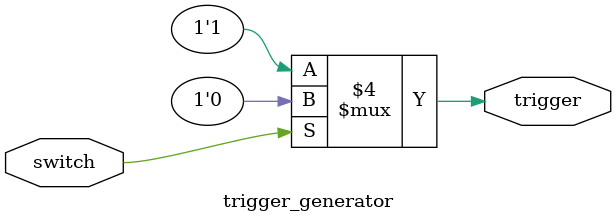
<source format=v>
module trigger_generator(
	input switch,
	output reg trigger
);

	always@(switch) begin
			if (switch == 0) begin
				trigger <= 1;
			end else begin
				trigger <= 0;
			end
	end
	
endmodule

</source>
